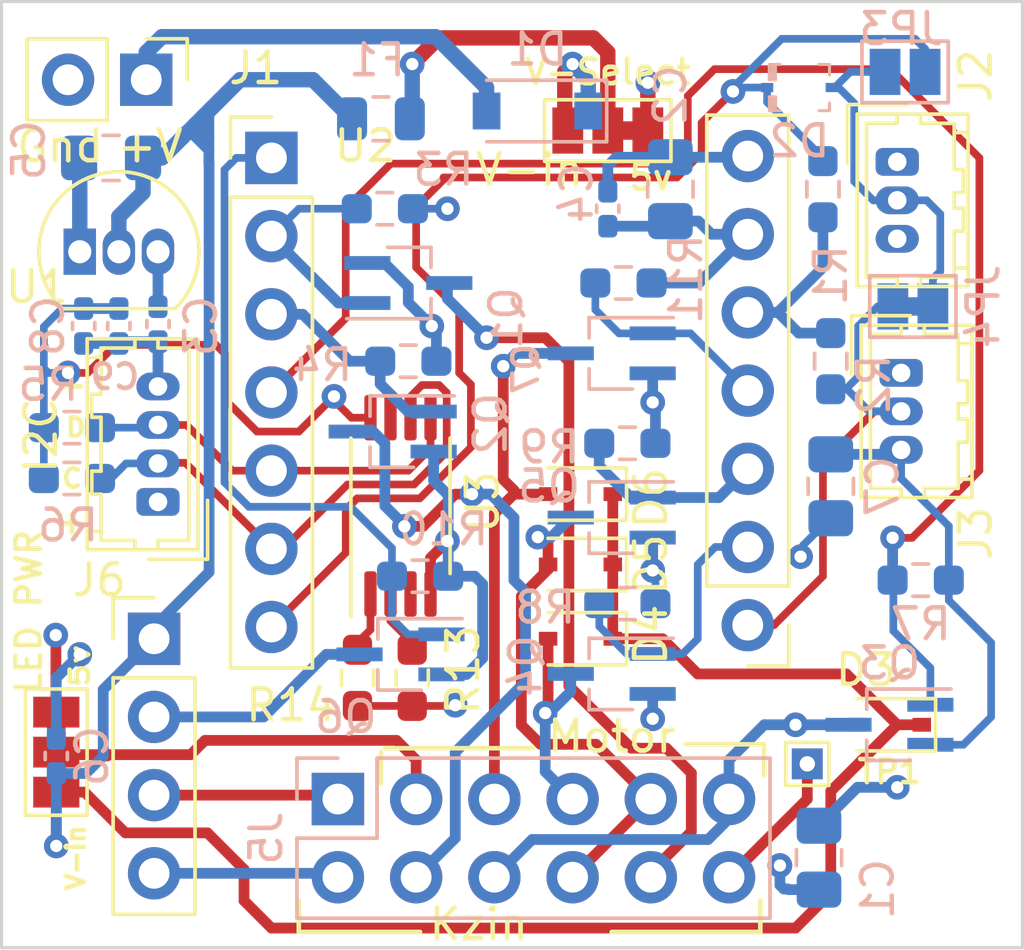
<source format=kicad_pcb>
(kicad_pcb (version 20171130) (host pcbnew "(5.1.8)-1")
  (layers (0 F.Cu signal) (1 In1.Cu signal hide) (2 In2.Cu signal hide) (31 B.Cu signal) (34 B.Paste user) (35 F.Paste user) (36 B.SilkS user) (37 F.SilkS user) (38 B.Mask user) (39 F.Mask user) (44 Edge.Cuts user))
  (net 0 "")
  (net 1 GND)
  (net 2 +5V)
  (net 3 Vdrive)
  (net 4 +3V3)
  (net 5 "Net-(D1-Pad2)")
  (net 6 "Net-(D1-Pad1)")
  (net 7 /TX)
  (net 8 /RX)
  (net 9 /Marker-1)
  (net 10 /Broad_LED)
  (net 11 /Marker-2)
  (net 12 /UV-Boost)
  (net 13 "Net-(F1-Pad2)")
  (net 14 /SDA)
  (net 15 /SCL)
  (net 16 "Net-(J5-Pad12)")
  (net 17 /Marker-3)
  (net 18 /Grain-of-Wheat)
  (net 19 "Net-(J5-Pad3)")
  (net 20 "Net-(J5-Pad2)")
  (net 21 "Net-(J5-Pad1)")
  (net 22 /CAL)
  (net 23 /D1)
  (net 24 /D2)
  (net 25 /D3)
  (net 26 /D8)
  (net 27 /D9)
  (net 28 /D0)
  (net 29 /D10)
  (net 30 "Net-(R13-Pad2)")
  (net 31 "Net-(R14-Pad2)")
  (net 32 "Net-(U3-Pad7)")
  (net 33 "Net-(U3-Pad3)")
  (net 34 "Net-(D2-PadA)")
  (module TestPoint:TestPoint_THTPad_1.0x1.0mm_Drill0.5mm (layer F.Cu) (at 178.562 98.171)
    (fp_text reference TP1 (at 2.667 0.254) (layer F.SilkS) (effects (font (size 0.75 0.75))))
    (fp_text value TestPoint)
    (pad 1 thru_hole rect (at 0 0) (size 1 1) (drill 0.5) (layers *.Cu *.Mask) (net 16 "Net-(J5-Pad12)"))
  )
  (module Connector_PinHeader_2.54mm:PinHeader_2x06_P2.54mm_Vertical (layer B.Cu) (at 163.322 99.314 270)
    (fp_text reference J5 (at 1.27 2.33 270) (layer B.SilkS) (effects (justify mirror)))
    (fp_text value Conn_02x06_Odd_Even)
    (pad 12 thru_hole oval (at 2.54 -12.7 270) (size 1.7 1.7) (drill 1) (layers *.Cu *.Mask) (net 16 "Net-(J5-Pad12)"))
    (pad 11 thru_hole oval (at 0 -12.7 270) (size 1.7 1.7) (drill 1) (layers *.Cu *.Mask) (net 9 /Marker-1))
    (pad 10 thru_hole oval (at 2.54 -10.16 270) (size 1.7 1.7) (drill 1) (layers *.Cu *.Mask) (net 17 /Marker-3))
    (pad 9 thru_hole oval (at 0 -10.16 270) (size 1.7 1.7) (drill 1) (layers *.Cu *.Mask) (net 11 /Marker-2))
    (pad 8 thru_hole oval (at 2.54 -7.62 270) (size 1.7 1.7) (drill 1) (layers *.Cu *.Mask) (net 11 /Marker-2))
    (pad 7 thru_hole oval (at 0 -7.62 270) (size 1.7 1.7) (drill 1) (layers *.Cu *.Mask) (net 10 /Broad_LED))
    (pad 6 thru_hole oval (at 2.54 -5.08 270) (size 1.7 1.7) (drill 1) (layers *.Cu *.Mask) (net 9 /Marker-1))
    (pad 5 thru_hole oval (at 0 -5.08 270) (size 1.7 1.7) (drill 1) (layers *.Cu *.Mask) (net 12 /UV-Boost))
    (pad 4 thru_hole oval (at 2.54 -2.54 270) (size 1.7 1.7) (drill 1) (layers *.Cu *.Mask) (net 18 /Grain-of-Wheat))
    (pad 3 thru_hole oval (at 0 -2.54 270) (size 1.7 1.7) (drill 1) (layers *.Cu *.Mask) (net 19 "Net-(J5-Pad3)"))
    (pad 2 thru_hole oval (at 2.54 0 270) (size 1.7 1.7) (drill 1) (layers *.Cu *.Mask) (net 20 "Net-(J5-Pad2)"))
    (pad 1 thru_hole rect (at 0 0 270) (size 1.7 1.7) (drill 1) (layers *.Cu *.Mask) (net 21 "Net-(J5-Pad1)"))
  )
  (module MountingHole:MountingHole_2.2mm_M2 (layer F.Cu) (at 183.134 101.6)
    (fp_text reference M hide)
    (fp_text value MountingHole_2.2mm_M2)
    (pad 1 np_thru_hole circle (at 0 0) (size 2.2 2.2) (drill 2.2) (layers *.Cu *.Mask))
  )
  (module Package_SO:TSSOP-8_4.4x3mm_P0.65mm (layer F.Cu) (at 165.354 89.789 90)
    (fp_text reference U3 (at 0.127 2.667 90) (layer F.SilkS))
    (fp_text value CAT24C08)
    (pad 8 smd roundrect (at 2.8625 -0.975 90) (size 1.475 0.4) (layers F.Cu F.Paste F.Mask) (net 4 +3V3))
    (pad 7 smd roundrect (at 2.8625 -0.325 90) (size 1.475 0.4) (layers F.Cu F.Paste F.Mask) (net 32 "Net-(U3-Pad7)"))
    (pad 6 smd roundrect (at 2.8625 0.325 90) (size 1.475 0.4) (layers F.Cu F.Paste F.Mask) (net 15 /SCL))
    (pad 5 smd roundrect (at 2.8625 0.975 90) (size 1.475 0.4) (layers F.Cu F.Paste F.Mask) (net 14 /SDA))
    (pad 4 smd roundrect (at -2.8625 0.975 90) (size 1.475 0.4) (layers F.Cu F.Paste F.Mask) (net 1 GND))
    (pad 3 smd roundrect (at -2.8625 0.325 90) (size 1.475 0.4) (layers F.Cu F.Paste F.Mask) (net 33 "Net-(U3-Pad3)"))
    (pad 2 smd roundrect (at -2.8625 -0.325 90) (size 1.475 0.4) (layers F.Cu F.Paste F.Mask) (net 30 "Net-(R13-Pad2)"))
    (pad 1 smd roundrect (at -2.8625 -0.975 90) (size 1.475 0.4) (layers F.Cu F.Paste F.Mask) (net 31 "Net-(R14-Pad2)"))
  )
  (module Resistor_SMD:R_0603_1608Metric_Pad0.98x0.95mm_HandSolder (layer F.Cu) (at 163.957 95.377 90)
    (fp_text reference R14 (at -0.889 -2.159 180) (layer F.SilkS))
    (fp_text value 10k)
    (pad 2 smd roundrect (at 0.9125 0 90) (size 0.975 0.95) (layers F.Cu F.Paste F.Mask) (net 31 "Net-(R14-Pad2)"))
    (pad 1 smd roundrect (at -0.9125 0 90) (size 0.975 0.95) (layers F.Cu F.Paste F.Mask) (net 4 +3V3))
  )
  (module Resistor_SMD:R_0603_1608Metric_Pad0.98x0.95mm_HandSolder (layer F.Cu) (at 165.735 95.377 90)
    (fp_text reference R13 (at 0.254 1.651 90) (layer F.SilkS))
    (fp_text value 10k)
    (pad 2 smd roundrect (at 0.9125 0 90) (size 0.975 0.95) (layers F.Cu F.Paste F.Mask) (net 30 "Net-(R13-Pad2)"))
    (pad 1 smd roundrect (at -0.9125 0 90) (size 0.975 0.95) (layers F.Cu F.Paste F.Mask) (net 4 +3V3))
  )
  (module Jumper:SolderJumper-2_P1.3mm_Bridged_Pad1.0x1.5mm (layer B.Cu) (at 181.991 83.312)
    (fp_text reference JP4 (at 2.286 0 90) (layer B.SilkS) (effects (justify mirror)))
    (fp_text value Jumper_2_Bridged)
    (fp_poly (pts (xy -0.25 0.3) (xy 0.25 0.3) (xy 0.25 -0.3) (xy -0.25 -0.3)) (layer B.Cu) (width 0))
    (pad 2 smd rect (at 0.65 0) (size 1 1.5) (layers B.Cu B.Mask) (net 34 "Net-(D2-PadA)"))
    (pad 1 smd rect (at -0.65 0) (size 1 1.5) (layers B.Cu B.Mask) (net 8 /RX))
  )
  (module Jumper:SolderJumper-2_P1.3mm_Open_Pad1.0x1.5mm (layer B.Cu) (at 181.737 75.692 180)
    (fp_text reference JP3 (at 0.127 1.397 180) (layer B.SilkS) (effects (justify mirror)))
    (fp_text value Jumper_2_Open)
    (pad 1 smd rect (at -0.65 0 180) (size 1 1.5) (layers B.Cu B.Mask) (net 7 /TX))
    (pad 2 smd rect (at 0.65 0 180) (size 1 1.5) (layers B.Cu B.Mask) (net 34 "Net-(D2-PadA)"))
  )
  (module MountingHole:MountingHole_2.2mm_M2 (layer F.Cu) (at 169.545 81.28)
    (fp_text reference M hide)
    (fp_text value MountingHole_2.2mm_M2)
    (pad 1 np_thru_hole circle (at 0 0) (size 2.2 2.2) (drill 2.2) (layers *.Cu *.Mask))
  )
  (module Connector_PinHeader_2.54mm:Xiao-on-Header (layer F.Cu) (at 161.163 78.486)
    (fp_text reference U2 (at 3.048 -0.381) (layer F.SilkS))
    (fp_text value SeeeduinoXIAO-on-header)
    (pad 14 thru_hole oval (at 15.46606 -0.06096 180) (size 1.7 1.7) (drill 1) (layers *.Cu *.Mask) (net 2 +5V))
    (pad 8 thru_hole circle (at 15.46606 15.17904 180) (size 1.7 1.7) (drill 1) (layers *.Cu *.Mask) (net 8 /RX))
    (pad 9 thru_hole oval (at 15.46606 12.63904 180) (size 1.7 1.7) (drill 1) (layers *.Cu *.Mask) (net 26 /D8))
    (pad 11 thru_hole oval (at 15.46606 7.55904 180) (size 1.7 1.7) (drill 1) (layers *.Cu *.Mask) (net 29 /D10))
    (pad 12 thru_hole oval (at 15.46606 5.01904 180) (size 1.7 1.7) (drill 1) (layers *.Cu *.Mask) (net 4 +3V3))
    (pad 10 thru_hole oval (at 15.46606 10.09904 180) (size 1.7 1.7) (drill 1) (layers *.Cu *.Mask) (net 27 /D9))
    (pad 13 thru_hole oval (at 15.46606 2.47904 180) (size 1.7 1.7) (drill 1) (layers *.Cu *.Mask) (net 1 GND))
    (pad 7 thru_hole oval (at 0 15.24) (size 1.7 1.7) (drill 1) (layers *.Cu *.Mask) (net 7 /TX))
    (pad 6 thru_hole oval (at 0 12.7) (size 1.7 1.7) (drill 1) (layers *.Cu *.Mask) (net 15 /SCL))
    (pad 5 thru_hole oval (at 0 10.16) (size 1.7 1.7) (drill 1) (layers *.Cu *.Mask) (net 14 /SDA))
    (pad 4 thru_hole oval (at 0 7.62) (size 1.7 1.7) (drill 1) (layers *.Cu *.Mask) (net 25 /D3))
    (pad 3 thru_hole oval (at 0 5.08) (size 1.7 1.7) (drill 1) (layers *.Cu *.Mask) (net 24 /D2))
    (pad 2 thru_hole oval (at 0 2.54) (size 1.7 1.7) (drill 1) (layers *.Cu *.Mask) (net 23 /D1))
    (pad 1 thru_hole rect (at 0 0) (size 1.7 1.7) (drill 1) (layers *.Cu *.Mask) (net 28 /D0))
  )
  (module Package_TO_SOT_THT:TO-92_Inline (layer F.Cu) (at 154.94 81.534)
    (fp_text reference U1 (at -1.397 1.143) (layer F.SilkS))
    (fp_text value MCP1700-5002E_TO92)
    (pad 1 thru_hole rect (at 0 0) (size 1.05 1.5) (drill 0.75) (layers *.Cu *.Mask) (net 1 GND))
    (pad 3 thru_hole oval (at 2.54 0) (size 1.05 1.5) (drill 0.75) (layers *.Cu *.Mask) (net 2 +5V))
    (pad 2 thru_hole oval (at 1.27 0) (size 1.05 1.5) (drill 0.75) (layers *.Cu *.Mask) (net 3 Vdrive))
  )
  (module Resistor_SMD:R_0603_1608Metric_Pad0.98x0.95mm_HandSolder (layer B.Cu) (at 172.593 82.55)
    (fp_text reference R11 (at 2.032 -0.127 90) (layer B.SilkS) (effects (justify mirror)))
    (fp_text value 10k)
    (pad 2 smd roundrect (at 0.9125 0) (size 0.975 0.95) (layers B.Cu B.Paste B.Mask) (net 1 GND))
    (pad 1 smd roundrect (at -0.9125 0) (size 0.975 0.95) (layers B.Cu B.Paste B.Mask) (net 29 /D10))
  )
  (module Resistor_SMD:R_0603_1608Metric_Pad0.98x0.95mm_HandSolder (layer B.Cu) (at 165.989 92.075)
    (fp_text reference R10 (at 0.762 -1.524) (layer B.SilkS) (effects (justify mirror)))
    (fp_text value 10k)
    (pad 2 smd roundrect (at 0.9125 0) (size 0.975 0.95) (layers B.Cu B.Paste B.Mask) (net 1 GND))
    (pad 1 smd roundrect (at -0.9125 0) (size 0.975 0.95) (layers B.Cu B.Paste B.Mask) (net 28 /D0))
  )
  (module Resistor_SMD:R_0603_1608Metric_Pad0.98x0.95mm_HandSolder (layer B.Cu) (at 172.72 87.757)
    (fp_text reference R9 (at -2.54 0.127 180) (layer B.SilkS) (effects (justify mirror)))
    (fp_text value 10k)
    (pad 2 smd roundrect (at 0.9125 0) (size 0.975 0.95) (layers B.Cu B.Paste B.Mask) (net 1 GND))
    (pad 1 smd roundrect (at -0.9125 0) (size 0.975 0.95) (layers B.Cu B.Paste B.Mask) (net 27 /D9))
  )
  (module Resistor_SMD:R_0603_1608Metric_Pad0.98x0.95mm_HandSolder (layer B.Cu) (at 172.72 92.964)
    (fp_text reference R8 (at -2.667 0.127) (layer B.SilkS) (effects (justify mirror)))
    (fp_text value 10k)
    (pad 2 smd roundrect (at 0.9125 0) (size 0.975 0.95) (layers B.Cu B.Paste B.Mask) (net 1 GND))
    (pad 1 smd roundrect (at -0.9125 0) (size 0.975 0.95) (layers B.Cu B.Paste B.Mask) (net 26 /D8))
  )
  (module Resistor_SMD:R_0603_1608Metric_Pad0.98x0.95mm_HandSolder (layer B.Cu) (at 182.245 92.202)
    (fp_text reference R7 (at 0 1.43) (layer B.SilkS) (effects (justify mirror)))
    (fp_text value 10k)
    (pad 2 smd roundrect (at 0.9125 0) (size 0.975 0.95) (layers B.Cu B.Paste B.Mask) (net 1 GND))
    (pad 1 smd roundrect (at -0.9125 0) (size 0.975 0.95) (layers B.Cu B.Paste B.Mask) (net 25 /D3))
  )
  (module Resistor_SMD:R_0603_1608Metric_Pad0.98x0.95mm_HandSolder (layer B.Cu) (at 154.686 88.9)
    (fp_text reference R6 (at -0.127 1.524) (layer B.SilkS) (effects (justify mirror)))
    (fp_text value 10k)
    (pad 2 smd roundrect (at 0.9125 0) (size 0.975 0.95) (layers B.Cu B.Paste B.Mask) (net 15 /SCL))
    (pad 1 smd roundrect (at -0.9125 0) (size 0.975 0.95) (layers B.Cu B.Paste B.Mask) (net 4 +3V3))
  )
  (module Resistor_SMD:R_0603_1608Metric_Pad0.98x0.95mm_HandSolder (layer B.Cu) (at 154.686 87.249)
    (fp_text reference R5 (at -0.762 -1.397) (layer B.SilkS) (effects (justify mirror)))
    (fp_text value 10k)
    (pad 2 smd roundrect (at 0.9125 0) (size 0.975 0.95) (layers B.Cu B.Paste B.Mask) (net 14 /SDA))
    (pad 1 smd roundrect (at -0.9125 0) (size 0.975 0.95) (layers B.Cu B.Paste B.Mask) (net 4 +3V3))
  )
  (module Resistor_SMD:R_0603_1608Metric_Pad0.98x0.95mm_HandSolder (layer B.Cu) (at 165.608 85.09)
    (fp_text reference R4 (at -2.794 0.127) (layer B.SilkS) (effects (justify mirror)))
    (fp_text value 10k)
    (pad 2 smd roundrect (at 0.9125 0) (size 0.975 0.95) (layers B.Cu B.Paste B.Mask) (net 1 GND))
    (pad 1 smd roundrect (at -0.9125 0) (size 0.975 0.95) (layers B.Cu B.Paste B.Mask) (net 24 /D2))
  )
  (module Resistor_SMD:R_0603_1608Metric_Pad0.98x0.95mm_HandSolder (layer B.Cu) (at 164.846 80.137)
    (fp_text reference R3 (at 1.905 -1.27) (layer B.SilkS) (effects (justify mirror)))
    (fp_text value 10k)
    (pad 2 smd roundrect (at 0.9125 0) (size 0.975 0.95) (layers B.Cu B.Paste B.Mask) (net 1 GND))
    (pad 1 smd roundrect (at -0.9125 0) (size 0.975 0.95) (layers B.Cu B.Paste B.Mask) (net 23 /D1))
  )
  (module Resistor_SMD:R_0603_1608Metric_Pad0.98x0.95mm_HandSolder (layer B.Cu) (at 179.324 85.09 270)
    (fp_text reference R2 (at 0.762 -1.397 90) (layer B.SilkS) (effects (justify mirror)))
    (fp_text value 10k)
    (pad 2 smd roundrect (at 0.9125 0 270) (size 0.975 0.95) (layers B.Cu B.Paste B.Mask) (net 8 /RX))
    (pad 1 smd roundrect (at -0.9125 0 270) (size 0.975 0.95) (layers B.Cu B.Paste B.Mask) (net 4 +3V3))
  )
  (module Resistor_SMD:R_0603_1608Metric_Pad0.98x0.95mm_HandSolder (layer B.Cu) (at 179.07 79.502 90)
    (fp_text reference R1 (at -2.794 0.254 90) (layer B.SilkS) (effects (justify mirror)))
    (fp_text value 10k)
    (pad 2 smd roundrect (at 0.9125 0 90) (size 0.975 0.95) (layers B.Cu B.Paste B.Mask) (net 7 /TX))
    (pad 1 smd roundrect (at -0.9125 0 90) (size 0.975 0.95) (layers B.Cu B.Paste B.Mask) (net 4 +3V3))
  )
  (module Package_TO_SOT_SMD:SOT-323_SC-70_Handsoldering (layer B.Cu) (at 172.212 84.836 180)
    (fp_text reference Q7 (at 2.794 -0.508 90) (layer B.SilkS) (effects (font (size 0.8 0.8)) (justify mirror)))
    (fp_text value DMN3067LW-7)
    (pad 3 smd rect (at 1.33 0 270) (size 0.45 1.5) (layers B.Cu B.Paste B.Mask) (net 12 /UV-Boost))
    (pad 2 smd rect (at -1.33 -0.65 270) (size 0.45 1.5) (layers B.Cu B.Paste B.Mask) (net 1 GND))
    (pad 1 smd rect (at -1.33 0.65 270) (size 0.45 1.5) (layers B.Cu B.Paste B.Mask) (net 29 /D10))
  )
  (module Package_TO_SOT_SMD:SOT-323_SC-70_Handsoldering (layer B.Cu) (at 165.354 94.615 180)
    (fp_text reference Q6 (at 1.778 -2.032) (layer B.SilkS) (effects (justify mirror)))
    (fp_text value DMN3067LW-7)
    (pad 3 smd rect (at 1.33 0 270) (size 0.45 1.5) (layers B.Cu B.Paste B.Mask) (net 22 /CAL))
    (pad 2 smd rect (at -1.33 -0.65 270) (size 0.45 1.5) (layers B.Cu B.Paste B.Mask) (net 1 GND))
    (pad 1 smd rect (at -1.33 0.65 270) (size 0.45 1.5) (layers B.Cu B.Paste B.Mask) (net 28 /D0))
  )
  (module Package_TO_SOT_SMD:SOT-323_SC-70_Handsoldering (layer B.Cu) (at 172.212 90.17 180)
    (fp_text reference Q5 (at 2.032 1.016 180) (layer B.SilkS) (effects (justify mirror)))
    (fp_text value DMN3067LW-7)
    (pad 3 smd rect (at 1.33 0 270) (size 0.45 1.5) (layers B.Cu B.Paste B.Mask) (net 11 /Marker-2))
    (pad 2 smd rect (at -1.33 -0.65 270) (size 0.45 1.5) (layers B.Cu B.Paste B.Mask) (net 1 GND))
    (pad 1 smd rect (at -1.33 0.65 270) (size 0.45 1.5) (layers B.Cu B.Paste B.Mask) (net 27 /D9))
  )
  (module Package_TO_SOT_SMD:SOT-323_SC-70_Handsoldering (layer B.Cu) (at 172.212 95.25 180)
    (fp_text reference Q4 (at 2.794 0.254 90) (layer B.SilkS) (effects (justify mirror)))
    (fp_text value DMN3067LW-7)
    (pad 3 smd rect (at 1.33 0 270) (size 0.45 1.5) (layers B.Cu B.Paste B.Mask) (net 10 /Broad_LED))
    (pad 2 smd rect (at -1.33 -0.65 270) (size 0.45 1.5) (layers B.Cu B.Paste B.Mask) (net 1 GND))
    (pad 1 smd rect (at -1.33 0.65 270) (size 0.45 1.5) (layers B.Cu B.Paste B.Mask) (net 26 /D8))
  )
  (module Package_TO_SOT_SMD:SOT-323_SC-70_Handsoldering (layer B.Cu) (at 181.229 96.901 180)
    (fp_text reference Q3 (at 0 2) (layer B.SilkS) (effects (justify mirror)))
    (fp_text value DMN3067LW-7)
    (pad 3 smd rect (at 1.33 0 270) (size 0.45 1.5) (layers B.Cu B.Paste B.Mask) (net 9 /Marker-1))
    (pad 2 smd rect (at -1.33 -0.65 270) (size 0.45 1.5) (layers B.Cu B.Paste B.Mask) (net 1 GND))
    (pad 1 smd rect (at -1.33 0.65 270) (size 0.45 1.5) (layers B.Cu B.Paste B.Mask) (net 25 /D3))
  )
  (module Package_TO_SOT_SMD:SOT-323_SC-70_Handsoldering (layer B.Cu) (at 165.1 87.376 180)
    (fp_text reference Q2 (at -3.175 0.254 90) (layer B.SilkS) (effects (justify mirror)))
    (fp_text value DMN3067LW-7)
    (pad 3 smd rect (at 1.33 0 270) (size 0.45 1.5) (layers B.Cu B.Paste B.Mask) (net 18 /Grain-of-Wheat))
    (pad 2 smd rect (at -1.33 -0.65 270) (size 0.45 1.5) (layers B.Cu B.Paste B.Mask) (net 1 GND))
    (pad 1 smd rect (at -1.33 0.65 270) (size 0.45 1.5) (layers B.Cu B.Paste B.Mask) (net 24 /D2))
  )
  (module Package_TO_SOT_SMD:SOT-323_SC-70_Handsoldering (layer B.Cu) (at 165.608 82.55)
    (fp_text reference Q1 (at 3.175 1.143 90) (layer B.SilkS) (effects (justify mirror)))
    (fp_text value DMN3067LW-7)
    (pad 3 smd rect (at 1.33 0 90) (size 0.45 1.5) (layers B.Cu B.Paste B.Mask) (net 17 /Marker-3))
    (pad 2 smd rect (at -1.33 -0.65 90) (size 0.45 1.5) (layers B.Cu B.Paste B.Mask) (net 1 GND))
    (pad 1 smd rect (at -1.33 0.65 90) (size 0.45 1.5) (layers B.Cu B.Paste B.Mask) (net 23 /D1))
  )
  (module Jumper:SolderJumper-3_P1.3mm_Bridged12_Pad1.0x1.5mm_NumberLabels (layer F.Cu) (at 154.178 97.79 270)
    (fp_text reference LED-PW1)
    (fp_text value "LED PWR" (at -4.572 0.889 90) (layer F.SilkS) (effects (font (size 0.8 0.8))))
    (fp_poly (pts (xy -0.9 -0.3) (xy -0.4 -0.3) (xy -0.4 0.3) (xy -0.9 0.3)) (layer F.Cu) (width 0))
    (fp_text user 5v (at -2.794 -0.762 90) (layer F.SilkS) (effects (font (size 0.6 0.8))))
    (fp_text user V-in (at 3.429 -0.635 90) (layer F.SilkS) (effects (font (size 0.6 0.6))))
    (pad 2 smd rect (at 0 0 270) (size 1 1.5) (layers F.Cu F.Mask) (net 19 "Net-(J5-Pad3)"))
    (pad 3 smd rect (at 1.3 0 270) (size 1 1.5) (layers F.Cu F.Mask) (net 3 Vdrive))
    (pad 1 smd rect (at -1.3 0 270) (size 1 1.5) (layers F.Cu F.Mask) (net 2 +5V))
  )
  (module Jumper:SolderJumper-3_P1.3mm_Bridged12_Pad1.0x1.5mm_NumberLabels (layer F.Cu) (at 172.085 77.597 180)
    (fp_text reference V-Sel1)
    (fp_text value V-Select (at 0 1.9) (layer F.SilkS) (effects (font (size 0.8 0.8))))
    (fp_poly (pts (xy -0.9 -0.3) (xy -0.4 -0.3) (xy -0.4 0.3) (xy -0.9 0.3)) (layer F.Cu) (width 0))
    (fp_text user 5v (at -1.397 -1.524) (layer F.SilkS) (effects (font (size 0.8 0.8))))
    (fp_text user V-in (at 2.54 -1.27) (layer F.SilkS))
    (pad 2 smd rect (at 0 0 180) (size 1 1.5) (layers F.Cu F.Mask) (net 13 "Net-(F1-Pad2)"))
    (pad 3 smd rect (at 1.3 0 180) (size 1 1.5) (layers F.Cu F.Mask) (net 6 "Net-(D1-Pad1)"))
    (pad 1 smd rect (at -1.3 0 180) (size 1 1.5) (layers F.Cu F.Mask) (net 2 +5V))
  )
  (module Connector_PinHeader_2.54mm:PinHeader_1x04_P2.54mm_Vertical (layer F.Cu) (at 157.353 94.107)
    (fp_text reference J6 (at -1.778 -1.905) (layer F.SilkS))
    (fp_text value Conn_01x04)
    (pad 4 thru_hole oval (at 0 7.62) (size 1.7 1.7) (drill 1) (layers *.Cu *.Mask) (net 20 "Net-(J5-Pad2)"))
    (pad 3 thru_hole oval (at 0 5.08) (size 1.7 1.7) (drill 1) (layers *.Cu *.Mask) (net 21 "Net-(J5-Pad1)"))
    (pad 2 thru_hole oval (at 0 2.54) (size 1.7 1.7) (drill 1) (layers *.Cu *.Mask) (net 22 /CAL))
    (pad 1 thru_hole rect (at 0 0) (size 1.7 1.7) (drill 1) (layers *.Cu *.Mask) (net 3 Vdrive))
  )
  (module Connector_Hirose:Hirose_DF13-04P-1.25DSA_1x04_P1.25mm_Vertical (layer F.Cu) (at 157.48 89.662 90)
    (fp_text reference J4)
    (fp_text value I2C (at 2.159 -3.81 90) (layer F.SilkS))
    (pad 4 thru_hole oval (at 3.75 0 90) (size 0.9 1.4) (drill 0.6) (layers *.Cu *.Mask) (net 1 GND))
    (pad 3 thru_hole oval (at 2.5 0 90) (size 0.9 1.4) (drill 0.6) (layers *.Cu *.Mask) (net 14 /SDA))
    (pad 2 thru_hole oval (at 1.25 0 90) (size 0.9 1.4) (drill 0.6) (layers *.Cu *.Mask) (net 15 /SCL))
    (pad 1 thru_hole roundrect (at 0 0 90) (size 0.9 1.4) (drill 0.6) (layers *.Cu *.Mask) (net 2 +5V))
  )
  (module Connector_Hirose:Hirose_DF13-03P-1.25DSA_1x03_P1.25mm_Vertical (layer F.Cu) (at 181.61 85.471 270)
    (fp_text reference J3 (at 5.207 -2.413 90) (layer F.SilkS))
    (fp_text value 3v-sio2)
    (pad 3 thru_hole oval (at 2.5 0 270) (size 0.9 1.4) (drill 0.6) (layers *.Cu *.Mask) (net 1 GND))
    (pad 2 thru_hole oval (at 1.25 0 270) (size 0.9 1.4) (drill 0.6) (layers *.Cu *.Mask) (net 8 /RX))
    (pad 1 thru_hole roundrect (at 0 0 270) (size 0.9 1.4) (drill 0.6) (layers *.Cu *.Mask) (net 2 +5V))
  )
  (module Connector_Hirose:Hirose_DF13-03P-1.25DSA_1x03_P1.25mm_Vertical (layer F.Cu) (at 181.483 78.613 270)
    (fp_text reference J2 (at -2.794 -2.54 90) (layer F.SilkS))
    (fp_text value 3v-SIO1)
    (pad 3 thru_hole oval (at 2.5 0 270) (size 0.9 1.4) (drill 0.6) (layers *.Cu *.Mask) (net 1 GND))
    (pad 2 thru_hole oval (at 1.25 0 270) (size 0.9 1.4) (drill 0.6) (layers *.Cu *.Mask) (net 34 "Net-(D2-PadA)"))
    (pad 1 thru_hole roundrect (at 0 0 270) (size 0.9 1.4) (drill 0.6) (layers *.Cu *.Mask) (net 2 +5V))
  )
  (module Connector_PinHeader_2.54mm:PinHeader_1x02_P2.54mm_Vertical (layer F.Cu) (at 157.099 75.946 270)
    (fp_text reference J1 (at -0.381 -3.556 180) (layer F.SilkS))
    (fp_text value Conn_01x02)
    (pad 2 thru_hole oval (at 0 2.54 270) (size 1.7 1.7) (drill 1) (layers *.Cu *.Mask) (net 1 GND))
    (pad 1 thru_hole rect (at 0 0 270) (size 1.7 1.7) (drill 1) (layers *.Cu *.Mask) (net 5 "Net-(D1-Pad2)"))
  )
  (module Fuse:Fuse_0805_2012Metric (layer B.Cu) (at 164.719 77.216)
    (fp_text reference F1 (at -0.127 -1.905) (layer B.SilkS) (effects (justify mirror)))
    (fp_text value "300 ma")
    (pad 2 smd roundrect (at 0.9375 0) (size 0.975 1.4) (layers B.Cu B.Paste B.Mask) (net 13 "Net-(F1-Pad2)"))
    (pad 1 smd roundrect (at -0.9375 0) (size 0.975 1.4) (layers B.Cu B.Paste B.Mask) (net 3 Vdrive))
  )
  (module Diode_SMD:D_SOD-323 (layer F.Cu) (at 171.196 89.408 180)
    (fp_text reference D6 (at -2.286 -0.127 90) (layer F.SilkS))
    (fp_text value NSR0340HT1G)
    (pad 2 smd rect (at 1.05 0 180) (size 0.6 0.45) (layers F.Cu F.Paste F.Mask) (net 12 /UV-Boost))
    (pad 1 smd rect (at -1.05 0 180) (size 0.6 0.45) (layers F.Cu F.Paste F.Mask) (net 3 Vdrive))
  )
  (module Diode_SMD:D_SOD-323 (layer F.Cu) (at 171.196 91.694 180)
    (fp_text reference D5 (at -2.286 0 90) (layer F.SilkS))
    (fp_text value NSR0340HT1G)
    (pad 2 smd rect (at 1.05 0 180) (size 0.6 0.45) (layers F.Cu F.Paste F.Mask) (net 11 /Marker-2))
    (pad 1 smd rect (at -1.05 0 180) (size 0.6 0.45) (layers F.Cu F.Paste F.Mask) (net 3 Vdrive))
  )
  (module Diode_SMD:D_SOD-323 (layer F.Cu) (at 171.196 94.107 180)
    (fp_text reference D4 (at -2.286 0.127 90) (layer F.SilkS))
    (fp_text value NSR0340HT1G)
    (pad 2 smd rect (at 1.05 0 180) (size 0.6 0.45) (layers F.Cu F.Paste F.Mask) (net 10 /Broad_LED))
    (pad 1 smd rect (at -1.05 0 180) (size 0.6 0.45) (layers F.Cu F.Paste F.Mask) (net 3 Vdrive))
  )
  (module Diode_SMD:D_SOD-323 (layer F.Cu) (at 181.229 96.901 180)
    (fp_text reference D3 (at 0.762 1.778) (layer F.SilkS))
    (fp_text value NSR0340HT1G)
    (pad 2 smd rect (at 1.05 0 180) (size 0.6 0.45) (layers F.Cu F.Paste F.Mask) (net 9 /Marker-1))
    (pad 1 smd rect (at -1.05 0 180) (size 0.6 0.45) (layers F.Cu F.Paste F.Mask) (net 3 Vdrive))
  )
  (module digikey-footprints:SOD-323F (layer B.Cu) (at 178.308 76.2)
    (fp_text reference D2 (at 0 1.74 180) (layer B.SilkS) (effects (justify mirror)))
    (fp_text value 1N4148WS)
    (pad A smd rect (at 1.05 0) (size 0.4 0.3) (layers B.Cu B.Paste B.Mask) (net 34 "Net-(D2-PadA)"))
    (pad K smd rect (at -1.05 0) (size 0.4 0.3) (layers B.Cu B.Paste B.Mask) (net 7 /TX))
  )
  (module Diode_SMD:D_SOD-123 (layer B.Cu) (at 169.799 76.962 180)
    (fp_text reference D1 (at 0 2) (layer B.SilkS) (effects (justify mirror)))
    (fp_text value MBR0530)
    (pad 2 smd rect (at 1.65 0 180) (size 0.9 1.2) (layers B.Cu B.Paste B.Mask) (net 5 "Net-(D1-Pad2)"))
    (pad 1 smd rect (at -1.65 0 180) (size 0.9 1.2) (layers B.Cu B.Paste B.Mask) (net 6 "Net-(D1-Pad1)"))
  )
  (module Capacitor_SMD:C_0402_1005Metric_Pad0.74x0.62mm_HandSolder (layer B.Cu) (at 156.21 83.947 270)
    (fp_text reference C9 (at 1.651 0.127 180) (layer B.SilkS) (effects (font (size 0.8 0.8)) (justify mirror)))
    (fp_text value 0.1)
    (pad 2 smd roundrect (at 0.5675 0 270) (size 0.735 0.62) (layers B.Cu B.Paste B.Mask) (net 1 GND))
    (pad 1 smd roundrect (at -0.5675 0 270) (size 0.735 0.62) (layers B.Cu B.Paste B.Mask) (net 4 +3V3))
  )
  (module Capacitor_SMD:C_0402_1005Metric_Pad0.74x0.62mm_HandSolder (layer B.Cu) (at 155.067 83.947 270)
    (fp_text reference C8 (at 0 1.16 90) (layer B.SilkS) (effects (justify mirror)))
    (fp_text value 0.1)
    (pad 2 smd roundrect (at 0.5675 0 270) (size 0.735 0.62) (layers B.Cu B.Paste B.Mask) (net 1 GND))
    (pad 1 smd roundrect (at -0.5675 0 270) (size 0.735 0.62) (layers B.Cu B.Paste B.Mask) (net 4 +3V3))
  )
  (module Capacitor_SMD:C_0805_2012Metric_Pad1.18x1.45mm_HandSolder (layer B.Cu) (at 179.324 89.154 90)
    (fp_text reference C7 (at 0 1.68 90) (layer B.SilkS) (effects (justify mirror)))
    (fp_text value 1.0)
    (pad 2 smd roundrect (at 1.0375 0 90) (size 1.175 1.45) (layers B.Cu B.Paste B.Mask) (roundrect_rratio 0.2127659574468085) (net 1 GND))
    (pad 1 smd roundrect (at -1.0375 0 90) (size 1.175 1.45) (layers B.Cu B.Paste B.Mask) (roundrect_rratio 0.2127659574468085) (net 4 +3V3))
  )
  (module Capacitor_SMD:C_0402_1005Metric_Pad0.74x0.62mm_HandSolder (layer B.Cu) (at 154.178 97.917 90)
    (fp_text reference C6 (at 0 1.16 90) (layer B.SilkS) (effects (justify mirror)))
    (fp_text value 0.1)
    (pad 2 smd roundrect (at 0.5675 0 90) (size 0.735 0.62) (layers B.Cu B.Paste B.Mask) (net 1 GND))
    (pad 1 smd roundrect (at -0.5675 0 90) (size 0.735 0.62) (layers B.Cu B.Paste B.Mask) (net 3 Vdrive))
  )
  (module Capacitor_SMD:C_0805_2012Metric_Pad1.18x1.45mm_HandSolder (layer B.Cu) (at 155.956 78.486 180)
    (fp_text reference C5 (at 2.667 0.254 90) (layer B.SilkS) (effects (justify mirror)))
    (fp_text value 1.0)
    (pad 2 smd roundrect (at 1.0375 0 180) (size 1.175 1.45) (layers B.Cu B.Paste B.Mask) (roundrect_rratio 0.2127659574468085) (net 1 GND))
    (pad 1 smd roundrect (at -1.0375 0 180) (size 1.175 1.45) (layers B.Cu B.Paste B.Mask) (roundrect_rratio 0.2127659574468085) (net 3 Vdrive))
  )
  (module Capacitor_SMD:C_0402_1005Metric_Pad0.74x0.62mm_HandSolder (layer B.Cu) (at 172.085 80.137 270)
    (fp_text reference C4 (at -0.508 1.016 90) (layer B.SilkS) (effects (justify mirror)))
    (fp_text value 0.1)
    (pad 2 smd roundrect (at 0.5675 0 270) (size 0.735 0.62) (layers B.Cu B.Paste B.Mask) (net 1 GND))
    (pad 1 smd roundrect (at -0.5675 0 270) (size 0.735 0.62) (layers B.Cu B.Paste B.Mask) (net 2 +5V))
  )
  (module Capacitor_SMD:C_0402_1005Metric_Pad0.74x0.62mm_HandSolder (layer B.Cu) (at 157.48 83.8875 270)
    (fp_text reference C3 (at 0.0595 -1.397 90) (layer B.SilkS) (effects (justify mirror)))
    (fp_text value 0.1)
    (pad 2 smd roundrect (at 0.5675 0 270) (size 0.735 0.62) (layers B.Cu B.Paste B.Mask) (net 1 GND))
    (pad 1 smd roundrect (at -0.5675 0 270) (size 0.735 0.62) (layers B.Cu B.Paste B.Mask) (net 2 +5V))
  )
  (module Capacitor_SMD:C_0805_2012Metric_Pad1.18x1.45mm_HandSolder (layer B.Cu) (at 174.117 79.502 270)
    (fp_text reference C2 (at -3.048 0 90) (layer B.SilkS) (effects (justify mirror)))
    (fp_text value 1.0)
    (pad 2 smd roundrect (at 1.0375 0 270) (size 1.175 1.45) (layers B.Cu B.Paste B.Mask) (roundrect_rratio 0.2127659574468085) (net 1 GND))
    (pad 1 smd roundrect (at -1.0375 0 270) (size 1.175 1.45) (layers B.Cu B.Paste B.Mask) (roundrect_rratio 0.2127659574468085) (net 2 +5V))
  )
  (module Capacitor_SMD:C_0805_2012Metric_Pad1.18x1.45mm_HandSolder (layer B.Cu) (at 178.943 101.219 270)
    (fp_text reference C1 (at 1.016 -1.905 90) (layer B.SilkS) (effects (justify mirror)))
    (fp_text value 1.0)
    (pad 2 smd roundrect (at 1.0375 0 270) (size 1.175 1.45) (layers B.Cu B.Paste B.Mask) (roundrect_rratio 0.2127659574468085) (net 1 GND))
    (pad 1 smd roundrect (at -1.0375 0 270) (size 1.175 1.45) (layers B.Cu B.Paste B.Mask) (roundrect_rratio 0.2127659574468085) (net 2 +5V))
  )
  (gr_text D (at 154.813 87.249) (layer F.SilkS) (effects (font (size 0.6 0.6))))
  (gr_text C (at 154.686 88.9) (layer F.SilkS) (effects (font (size 0.6 0.6))))
  (gr_text - (at 154.686 85.852) (layer F.SilkS) (effects (font (size 0.8 0.8))))
  (gr_text + (at 154.686 90.297) (layer F.SilkS) (effects (font (size 0.8 0.8))))
  (gr_line (start 177.038 102.616) (end 177.038 103.632) (layer F.SilkS) (width 0.15))
  (gr_line (start 172.212 103.632) (end 177.038 103.632) (layer F.SilkS) (width 0.15))
  (gr_line (start 162.052 103.632) (end 165.989 103.632) (layer F.SilkS) (width 0.15))
  (gr_line (start 162.052 103.632) (end 162.052 102.616) (layer F.SilkS) (width 0.15))
  (gr_text Kzin (at 167.894 103.378) (layer F.SilkS) (effects (font (size 1 1))))
  (gr_text "Motor\n" (at 172.212 97.282) (layer F.SilkS) (effects (font (size 1 1))))
  (gr_line (start 177.165 98.552) (end 177.165 97.663) (layer F.SilkS) (width 0.15))
  (gr_line (start 174.625 97.536) (end 177.165 97.536) (layer F.SilkS) (width 0.15))
  (gr_line (start 164.846 97.663) (end 169.672 97.663) (layer F.SilkS) (width 0.15))
  (gr_line (start 164.719 97.79) (end 164.719 98.806) (layer F.SilkS) (width 0.15))
  (gr_text +V (at 157.226 78.105) (layer F.SilkS) (effects (font (size 1 1))))
  (gr_text Gnd (at 154.305 78.105) (layer F.SilkS) (effects (font (size 1 1))))
  (gr_line (start 152.4 104.14) (end 152.4 73.406) (layer Edge.Cuts) (width 0.1))
  (gr_line (start 185.547 104.14) (end 152.4 104.14) (layer Edge.Cuts) (width 0.1))
  (gr_line (start 185.547 73.406) (end 185.547 104.14) (layer Edge.Cuts) (width 0.1))
  (gr_line (start 152.4 73.406) (end 185.547 73.406) (layer Edge.Cuts) (width 0.1))
  (segment (start 183.1575 92.202) (end 183.1575 90.4475) (width 0.25) (layer B.Cu) (net 1))
  (segment (start 181.61 88.9) (end 181.61 87.971) (width 0.25) (layer B.Cu) (net 1))
  (segment (start 183.1575 90.4475) (end 181.61 88.9) (width 0.25) (layer B.Cu) (net 1))
  (segment (start 182.559 97.551) (end 183.627 97.551) (width 0.25) (layer B.Cu) (net 1))
  (segment (start 183.627 97.551) (end 184.531 96.647) (width 0.25) (layer B.Cu) (net 1))
  (segment (start 184.531 96.647) (end 184.531 94.234) (width 0.25) (layer B.Cu) (net 1))
  (segment (start 183.1575 92.8605) (end 183.1575 92.202) (width 0.25) (layer B.Cu) (net 1))
  (segment (start 184.531 94.234) (end 183.1575 92.8605) (width 0.25) (layer B.Cu) (net 1))
  (segment (start 173.542 95.9) (end 173.542 96.707) (width 0.35) (layer B.Cu) (net 1))
  (via (at 173.542 96.707) (size 0.8) (drill 0.4) (layers F.Cu B.Cu) (net 1))
  (segment (start 173.542 90.82) (end 173.542 91.888) (width 0.35) (layer B.Cu) (net 1))
  (via (at 173.542 91.888) (size 0.8) (drill 0.4) (layers F.Cu B.Cu) (net 1))
  (segment (start 173.542 85.486) (end 173.542 86.427) (width 0.35) (layer B.Cu) (net 1))
  (via (at 173.542 86.427) (size 0.8) (drill 0.4) (layers F.Cu B.Cu) (net 1))
  (segment (start 166.43 88.026) (end 166.43 88.967) (width 0.35) (layer B.Cu) (net 1))
  (segment (start 166.5205 85.09) (end 166.5205 84.0975) (width 0.35) (layer B.Cu) (net 1))
  (via (at 166.37 83.947) (size 0.8) (drill 0.4) (layers F.Cu B.Cu) (net 1))
  (segment (start 166.5205 84.0975) (end 166.37 83.947) (width 0.35) (layer B.Cu) (net 1))
  (segment (start 164.278 81.9) (end 164.831 81.9) (width 0.35) (layer B.Cu) (net 1))
  (segment (start 164.831 81.9) (end 165.608 82.677) (width 0.35) (layer B.Cu) (net 1))
  (segment (start 165.608 83.185) (end 166.37 83.947) (width 0.35) (layer B.Cu) (net 1))
  (segment (start 165.608 82.677) (end 165.608 83.185) (width 0.35) (layer B.Cu) (net 1))
  (segment (start 173.6325 91.9785) (end 173.542 91.888) (width 0.25) (layer B.Cu) (net 1))
  (segment (start 173.6325 92.964) (end 173.6325 91.9785) (width 0.25) (layer B.Cu) (net 1))
  (segment (start 166.9015 89.4385) (end 166.43 88.967) (width 0.35) (layer B.Cu) (net 1))
  (segment (start 166.684 95.265) (end 167.498 95.265) (width 0.35) (layer B.Cu) (net 1))
  (segment (start 167.498 95.265) (end 168.021 94.742) (width 0.35) (layer B.Cu) (net 1))
  (segment (start 168.021 94.742) (end 168.021 92.329) (width 0.35) (layer B.Cu) (net 1))
  (segment (start 167.767 92.075) (end 166.9015 92.075) (width 0.35) (layer B.Cu) (net 1))
  (segment (start 168.021 92.329) (end 167.767 92.075) (width 0.35) (layer B.Cu) (net 1))
  (segment (start 154.94 78.5075) (end 154.9185 78.486) (width 0.5) (layer B.Cu) (net 1))
  (segment (start 154.94 81.534) (end 154.94 78.5075) (width 0.5) (layer B.Cu) (net 1))
  (segment (start 165.7585 80.137) (end 166.878 80.137) (width 0.25) (layer B.Cu) (net 1))
  (via (at 166.878 80.137) (size 0.8) (drill 0.4) (layers F.Cu B.Cu) (net 1))
  (segment (start 173.952 80.7045) (end 174.117 80.5395) (width 0.35) (layer B.Cu) (net 1))
  (segment (start 172.085 80.7045) (end 173.952 80.7045) (width 0.35) (layer B.Cu) (net 1))
  (segment (start 176.62906 80.96504) (end 175.45304 80.96504) (width 0.35) (layer B.Cu) (net 1))
  (segment (start 175.0275 80.5395) (end 174.117 80.5395) (width 0.35) (layer B.Cu) (net 1))
  (segment (start 175.45304 80.96504) (end 175.0275 80.5395) (width 0.35) (layer B.Cu) (net 1))
  (segment (start 175.0441 82.55) (end 176.62906 80.96504) (width 0.35) (layer B.Cu) (net 1))
  (segment (start 173.5055 82.55) (end 175.0441 82.55) (width 0.35) (layer B.Cu) (net 1))
  (segment (start 157.48 85.912) (end 157.48 84.455) (width 0.35) (layer B.Cu) (net 1))
  (segment (start 156.2695 84.455) (end 156.21 84.5145) (width 0.35) (layer B.Cu) (net 1))
  (segment (start 157.48 84.455) (end 156.2695 84.455) (width 0.35) (layer B.Cu) (net 1))
  (segment (start 156.21 84.5145) (end 155.067 84.5145) (width 0.35) (layer B.Cu) (net 1))
  (via (at 177.673 101.473) (size 0.8) (drill 0.4) (layers F.Cu B.Cu) (net 1))
  (segment (start 181.4645 88.1165) (end 181.61 87.971) (width 0.35) (layer B.Cu) (net 1))
  (segment (start 179.324 88.1165) (end 181.4645 88.1165) (width 0.35) (layer B.Cu) (net 1))
  (segment (start 173.6325 86.5175) (end 173.542 86.427) (width 0.35) (layer B.Cu) (net 1))
  (segment (start 173.6325 87.757) (end 173.6325 86.5175) (width 0.35) (layer B.Cu) (net 1))
  (segment (start 154.178 97.3495) (end 154.178 95.377) (width 0.35) (layer B.Cu) (net 1))
  (segment (start 154.178 95.377) (end 154.94 94.615) (width 0.35) (layer B.Cu) (net 1))
  (via (at 154.94 94.615) (size 0.8) (drill 0.4) (layers F.Cu B.Cu) (net 1))
  (segment (start 166.9015 90.7815) (end 166.878 90.805) (width 0.35) (layer B.Cu) (net 1))
  (segment (start 166.9015 90.7015) (end 166.9015 90.7815) (width 0.35) (layer B.Cu) (net 1))
  (segment (start 166.9015 92.075) (end 166.9015 90.7015) (width 0.35) (layer B.Cu) (net 1))
  (via (at 166.878 90.932) (size 0.8) (drill 0.4) (layers F.Cu B.Cu) (net 1))
  (segment (start 166.9015 90.7015) (end 166.9015 89.4385) (width 0.35) (layer B.Cu) (net 1))
  (segment (start 166.329 92.6515) (end 166.329 91.481) (width 0.35) (layer F.Cu) (net 1))
  (segment (start 166.878 90.932) (end 166.878 90.805) (width 0.35) (layer F.Cu) (net 1))
  (segment (start 166.329 91.481) (end 166.878 90.932) (width 0.35) (layer F.Cu) (net 1))
  (segment (start 177.9485 102.2565) (end 178.943 102.2565) (width 0.35) (layer B.Cu) (net 1))
  (segment (start 177.927 102.235) (end 177.9485 102.2565) (width 0.35) (layer B.Cu) (net 1))
  (segment (start 177.927 102.235) (end 177.8 102.235) (width 0.35) (layer B.Cu) (net 1))
  (segment (start 177.673 102.108) (end 177.673 101.473) (width 0.35) (layer B.Cu) (net 1))
  (segment (start 177.8 102.235) (end 177.673 102.108) (width 0.35) (layer B.Cu) (net 1))
  (segment (start 172.085 78.74) (end 172.085 79.5695) (width 0.35) (layer B.Cu) (net 2))
  (segment (start 172.3605 78.4645) (end 172.085 78.74) (width 0.35) (layer B.Cu) (net 2))
  (segment (start 157.48 83.32) (end 157.48 81.534) (width 0.35) (layer B.Cu) (net 2))
  (via (at 181.483 98.933) (size 0.8) (drill 0.4) (layers F.Cu B.Cu) (net 2))
  (segment (start 173.385 77.597) (end 173.385 76.043) (width 0.5) (layer F.Cu) (net 2))
  (via (at 173.385 76.043) (size 0.8) (drill 0.4) (layers F.Cu B.Cu) (net 2))
  (segment (start 154.164999 96.476999) (end 154.164999 93.993001) (width 0.35) (layer F.Cu) (net 2))
  (segment (start 154.178 96.49) (end 154.164999 96.476999) (width 0.35) (layer F.Cu) (net 2))
  (via (at 154.160112 93.989079) (size 0.8) (drill 0.4) (layers F.Cu B.Cu) (net 2))
  (segment (start 154.161077 93.989079) (end 154.160112 93.989079) (width 0.35) (layer F.Cu) (net 2))
  (segment (start 154.164999 93.993001) (end 154.161077 93.989079) (width 0.35) (layer F.Cu) (net 2))
  (segment (start 172.3605 78.4645) (end 174.117 78.4645) (width 0.35) (layer B.Cu) (net 2))
  (segment (start 176.5896 78.4645) (end 176.62906 78.42504) (width 0.35) (layer B.Cu) (net 2))
  (segment (start 174.117 78.4645) (end 176.5896 78.4645) (width 0.35) (layer B.Cu) (net 2))
  (segment (start 180.1915 98.933) (end 178.943 100.1815) (width 0.35) (layer B.Cu) (net 2))
  (segment (start 181.483 98.933) (end 180.1915 98.933) (width 0.35) (layer B.Cu) (net 2))
  (segment (start 163.7815 77.216) (end 162.5115 75.946) (width 0.5) (layer B.Cu) (net 3))
  (segment (start 156.9935 78.486) (end 157.607 78.486) (width 0.5) (layer B.Cu) (net 3))
  (segment (start 160.147 75.946) (end 160.274 75.946) (width 0.5) (layer B.Cu) (net 3))
  (segment (start 162.5115 75.946) (end 160.274 75.946) (width 0.5) (layer B.Cu) (net 3))
  (segment (start 156.21 81.534) (end 156.21 80.391) (width 0.5) (layer B.Cu) (net 3))
  (segment (start 156.9935 79.6075) (end 156.9935 78.486) (width 0.5) (layer B.Cu) (net 3))
  (segment (start 156.21 80.391) (end 156.9935 79.6075) (width 0.5) (layer B.Cu) (net 3))
  (segment (start 159.13899 78.65989) (end 159.131 78.6519) (width 0.35) (layer B.Cu) (net 3))
  (segment (start 159.13899 91.94001) (end 159.13899 78.65989) (width 0.35) (layer B.Cu) (net 3))
  (segment (start 157.353 93.98) (end 157.353 93.726) (width 0.35) (layer B.Cu) (net 3))
  (segment (start 159.131 76.962) (end 160.147 75.946) (width 0.5) (layer B.Cu) (net 3))
  (segment (start 157.353 93.726) (end 159.13899 91.94001) (width 0.35) (layer B.Cu) (net 3))
  (segment (start 155.097 99.09) (end 154.178 99.09) (width 0.35) (layer F.Cu) (net 3))
  (segment (start 156.419001 100.412001) (end 155.097 99.09) (width 0.35) (layer F.Cu) (net 3))
  (segment (start 160.274 102.616) (end 160.274 101.6) (width 0.35) (layer F.Cu) (net 3))
  (segment (start 161.163 103.505) (end 160.274 102.616) (width 0.35) (layer F.Cu) (net 3))
  (segment (start 159.086001 100.412001) (end 156.419001 100.412001) (width 0.35) (layer F.Cu) (net 3))
  (segment (start 178.181 103.505) (end 161.163 103.505) (width 0.35) (layer F.Cu) (net 3))
  (segment (start 179.324 99.06) (end 179.324 102.362) (width 0.35) (layer F.Cu) (net 3))
  (segment (start 179.324 102.362) (end 178.181 103.505) (width 0.35) (layer F.Cu) (net 3))
  (segment (start 181.483 96.901) (end 179.324 99.06) (width 0.35) (layer F.Cu) (net 3))
  (segment (start 160.274 101.6) (end 159.086001 100.412001) (width 0.35) (layer F.Cu) (net 3))
  (segment (start 182.279 96.901) (end 181.483 96.901) (width 0.35) (layer F.Cu) (net 3))
  (segment (start 154.178 98.4845) (end 155.1345 98.4845) (width 0.35) (layer B.Cu) (net 3))
  (segment (start 155.1345 98.4845) (end 155.702 97.917) (width 0.35) (layer B.Cu) (net 3))
  (segment (start 155.702 95.758) (end 157.353 94.107) (width 0.35) (layer B.Cu) (net 3))
  (segment (start 155.702 97.917) (end 155.702 95.758) (width 0.35) (layer B.Cu) (net 3))
  (segment (start 154.178 98.4845) (end 154.178 100.838) (width 0.35) (layer B.Cu) (net 3))
  (via (at 154.178 100.838) (size 0.8) (drill 0.4) (layers F.Cu B.Cu) (net 3))
  (segment (start 154.178 99.09) (end 154.178 100.838) (width 0.35) (layer F.Cu) (net 3))
  (segment (start 158.6865 77.4065) (end 159.131 77.851) (width 0.35) (layer B.Cu) (net 3))
  (segment (start 159.131 77.851) (end 159.131 76.962) (width 0.35) (layer B.Cu) (net 3))
  (segment (start 158.6865 77.4065) (end 159.131 76.962) (width 0.5) (layer B.Cu) (net 3))
  (segment (start 158.4325 77.6605) (end 158.5595 77.6605) (width 0.35) (layer B.Cu) (net 3))
  (segment (start 158.5595 77.6605) (end 159.131 78.232) (width 0.35) (layer B.Cu) (net 3))
  (segment (start 159.131 78.232) (end 159.131 77.851) (width 0.35) (layer B.Cu) (net 3))
  (segment (start 157.607 78.486) (end 158.4325 77.6605) (width 0.5) (layer B.Cu) (net 3))
  (segment (start 159.131 78.6519) (end 159.131 78.232) (width 0.35) (layer B.Cu) (net 3))
  (segment (start 158.4325 77.6605) (end 158.6865 77.4065) (width 0.5) (layer B.Cu) (net 3))
  (segment (start 172.246 89.408) (end 172.246 91.694) (width 0.35) (layer F.Cu) (net 3))
  (segment (start 172.246 91.694) (end 172.246 94.107) (width 0.35) (layer F.Cu) (net 3))
  (segment (start 172.246 94.107) (end 173.863 94.107) (width 0.35) (layer F.Cu) (net 3))
  (segment (start 173.863 94.107) (end 175.006 95.25) (width 0.35) (layer F.Cu) (net 3))
  (segment (start 181.483 96.901) (end 179.832 95.25) (width 0.35) (layer F.Cu) (net 3))
  (segment (start 175.006 95.25) (end 179.832 95.25) (width 0.35) (layer F.Cu) (net 3))
  (segment (start 176.62906 83.50504) (end 177.61204 83.50504) (width 0.35) (layer B.Cu) (net 4))
  (segment (start 178.2845 84.1775) (end 179.324 84.1775) (width 0.35) (layer B.Cu) (net 4))
  (segment (start 177.61204 83.50504) (end 178.2845 84.1775) (width 0.35) (layer B.Cu) (net 4))
  (segment (start 177.61204 83.50504) (end 177.61204 83.49996) (width 0.35) (layer B.Cu) (net 4))
  (segment (start 179.07 82.042) (end 179.07 80.4145) (width 0.35) (layer B.Cu) (net 4))
  (segment (start 177.61204 83.49996) (end 179.07 82.042) (width 0.35) (layer B.Cu) (net 4))
  (segment (start 155.067 83.3795) (end 156.21 83.3795) (width 0.35) (layer B.Cu) (net 4))
  (segment (start 153.7735 88.9) (end 153.7735 87.249) (width 0.25) (layer B.Cu) (net 4))
  (segment (start 154.3645 83.3795) (end 155.067 83.3795) (width 0.25) (layer B.Cu) (net 4))
  (segment (start 153.7735 83.9705) (end 154.3645 83.3795) (width 0.25) (layer B.Cu) (net 4))
  (segment (start 153.7735 84.5585) (end 153.797 84.582) (width 0.25) (layer B.Cu) (net 4))
  (segment (start 153.7735 84.5585) (end 153.7735 83.9705) (width 0.25) (layer B.Cu) (net 4))
  (segment (start 159.3615 84.5585) (end 159.733999 84.930999) (width 0.25) (layer F.Cu) (net 4))
  (segment (start 159.3615 84.5585) (end 156.1065 84.5585) (width 0.25) (layer F.Cu) (net 4))
  (segment (start 156.1065 84.5585) (end 155.194 85.471) (width 0.25) (layer F.Cu) (net 4))
  (via (at 154.559 85.471) (size 0.8) (drill 0.4) (layers F.Cu B.Cu) (net 4))
  (segment (start 155.194 85.471) (end 154.559 85.471) (width 0.25) (layer F.Cu) (net 4))
  (segment (start 154.559 85.471) (end 153.924 85.471) (width 0.25) (layer B.Cu) (net 4))
  (segment (start 153.924 85.471) (end 153.7735 85.3205) (width 0.25) (layer B.Cu) (net 4))
  (segment (start 153.7735 85.3205) (end 153.7735 84.5585) (width 0.25) (layer B.Cu) (net 4))
  (segment (start 153.7735 87.249) (end 153.7735 85.3205) (width 0.25) (layer B.Cu) (net 4))
  (segment (start 179.324 90.1915) (end 179.3025 90.1915) (width 0.25) (layer B.Cu) (net 4))
  (segment (start 179.3025 90.1915) (end 178.435 91.059) (width 0.25) (layer B.Cu) (net 4))
  (segment (start 178.435 91.35) (end 178.345 91.44) (width 0.25) (layer B.Cu) (net 4))
  (via (at 178.345 91.44) (size 0.8) (drill 0.4) (layers F.Cu B.Cu) (net 4))
  (segment (start 178.435 91.059) (end 178.435 91.35) (width 0.25) (layer B.Cu) (net 4))
  (segment (start 163.957 96.2895) (end 165.735 96.2895) (width 0.25) (layer F.Cu) (net 4))
  (segment (start 159.733999 86.416001) (end 160.693998 87.376) (width 0.25) (layer F.Cu) (net 4))
  (segment (start 159.733999 84.930999) (end 159.733999 86.416001) (width 0.25) (layer F.Cu) (net 4))
  (segment (start 160.693998 87.376) (end 162.052 87.376) (width 0.25) (layer F.Cu) (net 4))
  (via (at 163.195 86.233) (size 0.8) (drill 0.4) (layers F.Cu B.Cu) (net 4))
  (segment (start 162.052 87.376) (end 163.195 86.233) (width 0.25) (layer F.Cu) (net 4))
  (segment (start 164.379 86.9265) (end 163.7615 86.9265) (width 0.25) (layer F.Cu) (net 4))
  (segment (start 163.195 86.36) (end 163.195 86.233) (width 0.25) (layer F.Cu) (net 4))
  (segment (start 163.7615 86.9265) (end 163.195 86.36) (width 0.25) (layer F.Cu) (net 4))
  (segment (start 165.735 96.2895) (end 167.1085 96.2895) (width 0.25) (layer F.Cu) (net 4))
  (via (at 167.132 96.266) (size 0.8) (drill 0.4) (layers F.Cu B.Cu) (net 4))
  (segment (start 167.1085 96.2895) (end 167.132 96.266) (width 0.25) (layer F.Cu) (net 4))
  (segment (start 157.099 75.057) (end 157.099 75.946) (width 0.5) (layer B.Cu) (net 5))
  (segment (start 157.607 74.549) (end 157.099 75.057) (width 0.5) (layer B.Cu) (net 5))
  (segment (start 166.497 74.549) (end 157.607 74.549) (width 0.5) (layer B.Cu) (net 5))
  (segment (start 168.149 76.201) (end 166.497 74.549) (width 0.5) (layer B.Cu) (net 5))
  (segment (start 168.149 76.962) (end 168.149 76.201) (width 0.5) (layer B.Cu) (net 5))
  (segment (start 171.449 76.962) (end 171.449 75.945) (width 0.5) (layer B.Cu) (net 6))
  (via (at 170.942 75.438) (size 0.8) (drill 0.4) (layers F.Cu B.Cu) (net 6))
  (segment (start 171.449 75.945) (end 170.942 75.438) (width 0.5) (layer B.Cu) (net 6))
  (segment (start 170.942 75.438) (end 170.688 75.692) (width 0.5) (layer F.Cu) (net 6))
  (segment (start 170.688 77.5) (end 170.785 77.597) (width 0.5) (layer F.Cu) (net 6))
  (segment (start 170.688 75.692) (end 170.688 77.5) (width 0.5) (layer F.Cu) (net 6))
  (segment (start 175.133 77.343) (end 176.149 76.327) (width 0.25) (layer F.Cu) (net 7))
  (via (at 176.149 76.327) (size 0.8) (drill 0.4) (layers F.Cu B.Cu) (net 7))
  (segment (start 175.132999 78.320413) (end 174.331401 79.122011) (width 0.25) (layer F.Cu) (net 7))
  (segment (start 175.133 77.343) (end 175.132999 78.320413) (width 0.25) (layer F.Cu) (net 7))
  (segment (start 179.07 78.5895) (end 179.07 78.486) (width 0.25) (layer B.Cu) (net 7))
  (segment (start 177.258 76.674) (end 177.258 76.2) (width 0.25) (layer B.Cu) (net 7))
  (segment (start 179.07 78.486) (end 177.258 76.674) (width 0.25) (layer B.Cu) (net 7))
  (segment (start 176.276 76.2) (end 176.149 76.327) (width 0.25) (layer B.Cu) (net 7))
  (segment (start 177.258 76.2) (end 176.276 76.2) (width 0.25) (layer B.Cu) (net 7))
  (segment (start 182.387 75.692) (end 182.387 74.945) (width 0.25) (layer B.Cu) (net 7))
  (segment (start 182.058999 74.616999) (end 177.732001 74.616999) (width 0.25) (layer B.Cu) (net 7))
  (segment (start 182.387 74.945) (end 182.058999 74.616999) (width 0.25) (layer B.Cu) (net 7))
  (segment (start 176.149 76.2) (end 176.149 76.327) (width 0.25) (layer B.Cu) (net 7))
  (segment (start 177.732001 74.616999) (end 176.149 76.2) (width 0.25) (layer B.Cu) (net 7))
  (segment (start 165.862 82.042) (end 165.862 80.079998) (width 0.25) (layer F.Cu) (net 7))
  (segment (start 167.259 85.46959) (end 167.259 83.439) (width 0.25) (layer F.Cu) (net 7))
  (segment (start 166.752011 79.189987) (end 166.752011 79.122011) (width 0.25) (layer F.Cu) (net 7))
  (segment (start 167.259 83.439) (end 165.862 82.042) (width 0.25) (layer F.Cu) (net 7))
  (segment (start 167.64 85.85059) (end 167.259 85.46959) (width 0.25) (layer F.Cu) (net 7))
  (segment (start 174.331401 79.122011) (end 166.752011 79.122011) (width 0.25) (layer F.Cu) (net 7))
  (segment (start 165.862 80.079998) (end 166.752011 79.189987) (width 0.25) (layer F.Cu) (net 7))
  (segment (start 167.64 87.88682) (end 167.64 87.376) (width 0.25) (layer F.Cu) (net 7))
  (segment (start 165.980802 89.546018) (end 167.64 87.88682) (width 0.25) (layer F.Cu) (net 7))
  (segment (start 163.945981 89.546019) (end 165.980802 89.546018) (width 0.25) (layer F.Cu) (net 7))
  (segment (start 163.576 89.916) (end 163.945981 89.546019) (width 0.25) (layer F.Cu) (net 7))
  (segment (start 163.576 91.313) (end 163.576 89.916) (width 0.25) (layer F.Cu) (net 7))
  (segment (start 161.163 93.726) (end 163.576 91.313) (width 0.25) (layer F.Cu) (net 7))
  (segment (start 167.64 87.376) (end 167.64 85.85059) (width 0.25) (layer F.Cu) (net 7))
  (segment (start 176.62906 93.66504) (end 177.47996 93.66504) (width 0.25) (layer F.Cu) (net 8))
  (segment (start 177.47996 93.66504) (end 179.07 92.075) (width 0.25) (layer F.Cu) (net 8))
  (segment (start 179.07 92.075) (end 179.07 88.392) (width 0.25) (layer F.Cu) (net 8))
  (segment (start 180.741 86.721) (end 181.61 86.721) (width 0.25) (layer F.Cu) (net 8))
  (segment (start 179.07 88.392) (end 180.741 86.721) (width 0.25) (layer F.Cu) (net 8))
  (segment (start 179.324 86.0025) (end 179.8555 86.0025) (width 0.25) (layer B.Cu) (net 8))
  (segment (start 180.574 86.721) (end 181.61 86.721) (width 0.25) (layer B.Cu) (net 8))
  (segment (start 179.8555 86.0025) (end 180.574 86.721) (width 0.25) (layer B.Cu) (net 8))
  (segment (start 179.324 86.0025) (end 179.8085 86.0025) (width 0.25) (layer B.Cu) (net 8))
  (segment (start 179.8085 86.0025) (end 180.213 85.598) (width 0.25) (layer B.Cu) (net 8))
  (segment (start 180.213 85.598) (end 180.213 83.947) (width 0.25) (layer B.Cu) (net 8))
  (segment (start 180.848 83.312) (end 181.341 83.312) (width 0.25) (layer B.Cu) (net 8))
  (segment (start 180.213 83.947) (end 180.848 83.312) (width 0.25) (layer B.Cu) (net 8))
  (segment (start 179.899 96.901) (end 178.181 96.901) (width 0.35) (layer B.Cu) (net 9))
  (via (at 178.181 96.901) (size 0.8) (drill 0.4) (layers F.Cu B.Cu) (net 9))
  (segment (start 178.181 96.901) (end 180.179 96.901) (width 0.25) (layer F.Cu) (net 9))
  (segment (start 176.022 98.044) (end 177.165 96.901) (width 0.35) (layer B.Cu) (net 9))
  (segment (start 176.022 99.314) (end 176.022 98.044) (width 0.35) (layer B.Cu) (net 9))
  (segment (start 177.165 96.901) (end 178.181 96.901) (width 0.35) (layer B.Cu) (net 9))
  (segment (start 176.022 99.314) (end 176.022 99.949) (width 0.35) (layer B.Cu) (net 9))
  (segment (start 169.627001 100.628999) (end 168.402 101.854) (width 0.35) (layer B.Cu) (net 9))
  (segment (start 175.342001 100.628999) (end 169.627001 100.628999) (width 0.35) (layer B.Cu) (net 9))
  (segment (start 176.022 99.949) (end 175.342001 100.628999) (width 0.35) (layer B.Cu) (net 9))
  (via (at 170.053 96.52) (size 0.8) (drill 0.4) (layers F.Cu B.Cu) (net 10))
  (segment (start 170.882 95.25) (end 170.882 95.818) (width 0.35) (layer B.Cu) (net 10))
  (segment (start 170.882 95.818) (end 170.18 96.52) (width 0.35) (layer B.Cu) (net 10))
  (segment (start 170.146 96.427) (end 170.053 96.52) (width 0.35) (layer F.Cu) (net 10))
  (segment (start 170.146 94.107) (end 170.146 96.427) (width 0.35) (layer F.Cu) (net 10))
  (segment (start 169.926 96.647) (end 170.053 96.52) (width 0.35) (layer B.Cu) (net 10))
  (segment (start 170.053 98.425) (end 170.942 99.314) (width 0.35) (layer B.Cu) (net 10))
  (segment (start 170.053 96.52) (end 170.053 98.425) (width 0.35) (layer B.Cu) (net 10))
  (segment (start 170.815 90.237) (end 170.882 90.17) (width 0.35) (layer B.Cu) (net 11))
  (segment (start 170.146 91.855) (end 170.146 91.694) (width 0.35) (layer F.Cu) (net 11))
  (segment (start 169.277999 92.723001) (end 170.146 91.855) (width 0.35) (layer F.Cu) (net 11))
  (segment (start 170.146 91.694) (end 170.146 91.025) (width 0.35) (layer F.Cu) (net 11))
  (via (at 169.812 90.805) (size 0.8) (drill 0.4) (layers F.Cu B.Cu) (net 11))
  (segment (start 169.926 90.805) (end 169.812 90.805) (width 0.35) (layer F.Cu) (net 11))
  (segment (start 170.146 91.025) (end 169.926 90.805) (width 0.35) (layer F.Cu) (net 11))
  (segment (start 170.247 90.805) (end 170.882 90.17) (width 0.35) (layer B.Cu) (net 11))
  (segment (start 169.812 90.805) (end 170.247 90.805) (width 0.35) (layer B.Cu) (net 11))
  (segment (start 169.899998 97.536) (end 169.277999 96.914001) (width 0.35) (layer F.Cu) (net 11))
  (segment (start 171.704 97.536) (end 169.899998 97.536) (width 0.35) (layer F.Cu) (net 11))
  (segment (start 169.277999 96.914001) (end 169.277999 92.723001) (width 0.35) (layer F.Cu) (net 11))
  (segment (start 171.704 97.536) (end 173.482 99.314) (width 0.35) (layer F.Cu) (net 11))
  (segment (start 170.942 101.854) (end 173.482 99.314) (width 0.35) (layer F.Cu) (net 11))
  (via (at 168.69 85.251) (size 0.8) (drill 0.4) (layers F.Cu B.Cu) (net 12))
  (segment (start 169.105 84.836) (end 168.69 85.251) (width 0.35) (layer B.Cu) (net 12))
  (segment (start 170.882 84.836) (end 169.105 84.836) (width 0.35) (layer B.Cu) (net 12))
  (segment (start 169.037 89.408) (end 170.146 89.408) (width 0.35) (layer F.Cu) (net 12))
  (segment (start 168.402 90.043) (end 169.037 89.408) (width 0.35) (layer F.Cu) (net 12))
  (segment (start 169.037 89.408) (end 169.037 89.281) (width 0.35) (layer F.Cu) (net 12))
  (segment (start 168.69 88.934) (end 168.69 85.251) (width 0.35) (layer F.Cu) (net 12))
  (segment (start 169.037 89.281) (end 168.69 88.934) (width 0.35) (layer F.Cu) (net 12))
  (segment (start 168.402 90.043) (end 168.402 98.044) (width 0.35) (layer F.Cu) (net 12))
  (segment (start 168.402 98.044) (end 168.402 99.314) (width 0.35) (layer F.Cu) (net 12))
  (segment (start 172.085 77.597) (end 172.085 75.057) (width 0.5) (layer F.Cu) (net 13))
  (segment (start 171.615999 74.587999) (end 166.585001 74.587999) (width 0.5) (layer F.Cu) (net 13))
  (segment (start 172.085 75.057) (end 171.615999 74.587999) (width 0.5) (layer F.Cu) (net 13))
  (via (at 165.735 75.438) (size 0.8) (drill 0.4) (layers F.Cu B.Cu) (net 13))
  (segment (start 166.585001 74.587999) (end 165.735 75.438) (width 0.5) (layer F.Cu) (net 13))
  (segment (start 165.735 77.1375) (end 165.6565 77.216) (width 0.5) (layer B.Cu) (net 13))
  (segment (start 165.735 75.438) (end 165.735 77.1375) (width 0.5) (layer B.Cu) (net 13))
  (segment (start 157.48 87.162) (end 158.409 87.162) (width 0.25) (layer F.Cu) (net 14))
  (segment (start 159.893 88.646) (end 161.163 88.646) (width 0.25) (layer F.Cu) (net 14))
  (segment (start 158.409 87.162) (end 159.893 88.646) (width 0.25) (layer F.Cu) (net 14))
  (segment (start 156.932 87.162) (end 157.48 87.162) (width 0.25) (layer B.Cu) (net 14))
  (segment (start 157.393 87.249) (end 157.48 87.162) (width 0.25) (layer B.Cu) (net 14))
  (segment (start 155.5985 87.249) (end 157.393 87.249) (width 0.25) (layer B.Cu) (net 14))
  (segment (start 166.329 86.9265) (end 166.329 87.925) (width 0.25) (layer F.Cu) (net 14))
  (segment (start 165.608 88.646) (end 161.163 88.646) (width 0.25) (layer F.Cu) (net 14))
  (segment (start 166.329 87.925) (end 165.608 88.646) (width 0.25) (layer F.Cu) (net 14))
  (segment (start 161.163 91.186) (end 158.369 88.392) (width 0.25) (layer F.Cu) (net 15))
  (segment (start 157.5 88.392) (end 157.48 88.412) (width 0.25) (layer F.Cu) (net 15))
  (segment (start 158.369 88.392) (end 157.5 88.392) (width 0.25) (layer F.Cu) (net 15))
  (segment (start 155.5985 88.9) (end 155.956 88.9) (width 0.25) (layer B.Cu) (net 15))
  (segment (start 156.444 88.412) (end 157.48 88.412) (width 0.25) (layer B.Cu) (net 15))
  (segment (start 155.956 88.9) (end 156.444 88.412) (width 0.25) (layer B.Cu) (net 15))
  (segment (start 165.679 86.237942) (end 165.679 86.9265) (width 0.25) (layer F.Cu) (net 15))
  (segment (start 166.052952 85.86399) (end 165.679 86.237942) (width 0.25) (layer F.Cu) (net 15))
  (segment (start 166.605048 85.86399) (end 166.052952 85.86399) (width 0.25) (layer F.Cu) (net 15))
  (segment (start 166.85401 88.0364) (end 166.85401 86.112952) (width 0.25) (layer F.Cu) (net 15))
  (segment (start 163.633991 89.096009) (end 165.794401 89.096009) (width 0.25) (layer F.Cu) (net 15))
  (segment (start 166.85401 86.112952) (end 166.605048 85.86399) (width 0.25) (layer F.Cu) (net 15))
  (segment (start 165.794401 89.096009) (end 166.85401 88.0364) (width 0.25) (layer F.Cu) (net 15))
  (segment (start 161.544 91.186) (end 163.633991 89.096009) (width 0.25) (layer F.Cu) (net 15))
  (segment (start 161.163 91.186) (end 161.544 91.186) (width 0.25) (layer F.Cu) (net 15))
  (segment (start 178.562 99.314) (end 178.562 98.171) (width 0.35) (layer F.Cu) (net 16))
  (segment (start 176.022 101.854) (end 178.562 99.314) (width 0.35) (layer F.Cu) (net 16))
  (via (at 168.148 84.328) (size 0.8) (drill 0.4) (layers F.Cu B.Cu) (net 17))
  (segment (start 168.148 84.328) (end 166.878 83.058) (width 0.35) (layer B.Cu) (net 17))
  (segment (start 166.878 82.61) (end 166.938 82.55) (width 0.35) (layer B.Cu) (net 17))
  (segment (start 166.878 83.058) (end 166.878 82.61) (width 0.35) (layer B.Cu) (net 17))
  (segment (start 173.482 101.689998) (end 173.482 101.854) (width 0.35) (layer F.Cu) (net 17))
  (segment (start 174.796999 100.374999) (end 173.482 101.689998) (width 0.35) (layer F.Cu) (net 17))
  (segment (start 174.796999 98.469999) (end 174.796999 100.374999) (width 0.35) (layer F.Cu) (net 17))
  (segment (start 173.99 97.663) (end 174.796999 98.469999) (width 0.35) (layer F.Cu) (net 17))
  (segment (start 172.847 97.663) (end 173.99 97.663) (width 0.35) (layer F.Cu) (net 17))
  (segment (start 170.821001 95.637001) (end 172.847 97.663) (width 0.35) (layer F.Cu) (net 17))
  (segment (start 170.821001 85.096001) (end 170.821001 95.637001) (width 0.35) (layer F.Cu) (net 17))
  (segment (start 170.053 84.328) (end 170.821001 85.096001) (width 0.35) (layer F.Cu) (net 17))
  (segment (start 168.148 84.328) (end 170.053 84.328) (width 0.35) (layer F.Cu) (net 17))
  (segment (start 163.77 87.376) (end 164.465 87.376) (width 0.35) (layer B.Cu) (net 18))
  (segment (start 164.465 87.376) (end 164.846 87.757) (width 0.35) (layer B.Cu) (net 18))
  (segment (start 164.846 87.757) (end 164.846 88.904002) (width 0.35) (layer B.Cu) (net 18))
  (segment (start 164.846 89.535) (end 164.846 89.789) (width 0.35) (layer B.Cu) (net 18))
  (via (at 165.481 90.45601) (size 0.8) (drill 0.4) (layers F.Cu B.Cu) (net 18))
  (segment (start 165.481 90.424) (end 165.481 90.45601) (width 0.35) (layer B.Cu) (net 18))
  (segment (start 164.846 89.789) (end 165.481 90.424) (width 0.35) (layer B.Cu) (net 18))
  (segment (start 165.481 90.45601) (end 166.08399 90.45601) (width 0.35) (layer F.Cu) (net 18))
  (segment (start 164.846 88.904002) (end 164.846 89.535) (width 0.35) (layer B.Cu) (net 18))
  (segment (start 166.08399 90.45601) (end 167.132 89.408) (width 0.35) (layer F.Cu) (net 18))
  (via (at 167.67584 89.40652) (size 0.8) (drill 0.4) (layers F.Cu B.Cu) (net 18))
  (segment (start 167.67436 89.408) (end 167.67584 89.40652) (width 0.35) (layer F.Cu) (net 18))
  (segment (start 167.132 89.408) (end 167.67436 89.408) (width 0.35) (layer F.Cu) (net 18))
  (segment (start 169.413998 95.504) (end 168.143998 96.774) (width 0.35) (layer B.Cu) (net 18))
  (segment (start 167.132 100.584) (end 165.862 101.854) (width 0.35) (layer B.Cu) (net 18))
  (segment (start 169.037 92.202) (end 169.413998 92.578998) (width 0.35) (layer B.Cu) (net 18))
  (segment (start 168.143998 96.774) (end 168.143998 96.778002) (width 0.35) (layer B.Cu) (net 18))
  (segment (start 169.037 90.17) (end 169.037 92.202) (width 0.35) (layer B.Cu) (net 18))
  (segment (start 167.132 97.79) (end 167.132 100.584) (width 0.35) (layer B.Cu) (net 18))
  (segment (start 168.27352 89.40652) (end 169.037 90.17) (width 0.35) (layer B.Cu) (net 18))
  (segment (start 168.143998 96.778002) (end 167.132 97.79) (width 0.35) (layer B.Cu) (net 18))
  (segment (start 169.413998 92.578998) (end 169.413998 95.504) (width 0.35) (layer B.Cu) (net 18))
  (segment (start 167.67584 89.40652) (end 168.27352 89.40652) (width 0.35) (layer B.Cu) (net 18))
  (segment (start 154.260001 97.872001) (end 154.178 97.79) (width 0.35) (layer F.Cu) (net 19))
  (segment (start 155.873999 97.872001) (end 155.829 97.917) (width 0.35) (layer F.Cu) (net 19))
  (segment (start 155.873999 97.872001) (end 154.260001 97.872001) (width 0.35) (layer F.Cu) (net 19))
  (segment (start 159.004 97.409) (end 165.227 97.409) (width 0.35) (layer F.Cu) (net 19))
  (segment (start 165.862 98.044) (end 165.862 99.314) (width 0.35) (layer F.Cu) (net 19))
  (segment (start 158.540999 97.872001) (end 159.004 97.409) (width 0.35) (layer F.Cu) (net 19))
  (segment (start 165.227 97.409) (end 165.862 98.044) (width 0.35) (layer F.Cu) (net 19))
  (segment (start 155.873999 97.872001) (end 158.540999 97.872001) (width 0.35) (layer F.Cu) (net 19))
  (segment (start 163.195 101.727) (end 163.322 101.854) (width 0.35) (layer B.Cu) (net 20))
  (segment (start 157.353 101.727) (end 163.195 101.727) (width 0.35) (layer B.Cu) (net 20))
  (segment (start 163.195 99.187) (end 163.322 99.314) (width 0.35) (layer F.Cu) (net 21))
  (segment (start 157.353 99.187) (end 163.195 99.187) (width 0.35) (layer F.Cu) (net 21))
  (segment (start 162.941 94.615) (end 164.024 94.615) (width 0.35) (layer B.Cu) (net 22))
  (segment (start 160.909 96.647) (end 162.941 94.615) (width 0.35) (layer B.Cu) (net 22))
  (segment (start 157.353 96.647) (end 160.909 96.647) (width 0.35) (layer B.Cu) (net 22))
  (segment (start 164.278 83.2) (end 163.337 83.2) (width 0.35) (layer B.Cu) (net 23))
  (segment (start 163.337 83.2) (end 161.163 81.026) (width 0.35) (layer B.Cu) (net 23))
  (segment (start 162.052 80.137) (end 161.163 81.026) (width 0.25) (layer B.Cu) (net 23))
  (segment (start 163.9335 80.137) (end 162.052 80.137) (width 0.25) (layer B.Cu) (net 23))
  (segment (start 164.6955 85.09) (end 163.703 85.09) (width 0.35) (layer B.Cu) (net 24))
  (segment (start 162.179 83.566) (end 161.163 83.566) (width 0.35) (layer B.Cu) (net 24))
  (segment (start 163.703 85.09) (end 162.179 83.566) (width 0.35) (layer B.Cu) (net 24))
  (segment (start 166.43 86.726) (end 165.593 86.726) (width 0.35) (layer B.Cu) (net 24))
  (segment (start 164.6955 85.8285) (end 164.6955 85.09) (width 0.35) (layer B.Cu) (net 24))
  (segment (start 165.593 86.726) (end 164.6955 85.8285) (width 0.35) (layer B.Cu) (net 24))
  (segment (start 182.559 96.251) (end 182.559 95.056) (width 0.25) (layer B.Cu) (net 25))
  (segment (start 182.559 95.056) (end 181.356 93.853) (width 0.25) (layer B.Cu) (net 25))
  (segment (start 181.356 92.2255) (end 181.3325 92.202) (width 0.25) (layer B.Cu) (net 25))
  (segment (start 181.356 93.853) (end 181.356 92.2255) (width 0.25) (layer B.Cu) (net 25))
  (segment (start 181.3325 92.202) (end 181.3325 90.8285) (width 0.35) (layer B.Cu) (net 25))
  (via (at 181.3325 90.8285) (size 0.8) (drill 0.4) (layers F.Cu B.Cu) (net 25))
  (segment (start 181.9675 90.8285) (end 181.3325 90.8285) (width 0.25) (layer F.Cu) (net 25))
  (segment (start 184.15 88.646) (end 181.9675 90.8285) (width 0.25) (layer F.Cu) (net 25))
  (segment (start 163.576 80.13559) (end 164.7496 78.96199) (width 0.25) (layer F.Cu) (net 25))
  (segment (start 164.7496 78.96199) (end 164.75101 78.96199) (width 0.25) (layer F.Cu) (net 25))
  (segment (start 165.040999 78.672001) (end 174.145001 78.672001) (width 0.25) (layer F.Cu) (net 25))
  (segment (start 175.550999 75.601999) (end 181.265999 75.601999) (width 0.25) (layer F.Cu) (net 25))
  (segment (start 174.145001 78.672001) (end 174.68299 78.134012) (width 0.25) (layer F.Cu) (net 25))
  (segment (start 174.68299 78.134012) (end 174.68299 76.470008) (width 0.25) (layer F.Cu) (net 25))
  (segment (start 164.75101 78.96199) (end 165.040999 78.672001) (width 0.25) (layer F.Cu) (net 25))
  (segment (start 174.68299 76.470008) (end 175.550999 75.601999) (width 0.25) (layer F.Cu) (net 25))
  (segment (start 181.265999 75.601999) (end 184.15 78.486) (width 0.25) (layer F.Cu) (net 25))
  (segment (start 184.15 78.486) (end 184.15 88.646) (width 0.25) (layer F.Cu) (net 25))
  (segment (start 163.322 83.947) (end 163.576 83.693) (width 0.25) (layer F.Cu) (net 25))
  (segment (start 163.576 83.693) (end 163.576 80.13559) (width 0.25) (layer F.Cu) (net 25))
  (segment (start 161.163 86.106) (end 163.322 83.947) (width 0.25) (layer F.Cu) (net 25))
  (segment (start 163.322 83.947) (end 163.449 83.82) (width 0.25) (layer F.Cu) (net 25))
  (segment (start 173.542 94.6) (end 174.513 94.6) (width 0.25) (layer B.Cu) (net 26))
  (segment (start 174.513 94.6) (end 175.006 94.107) (width 0.25) (layer B.Cu) (net 26))
  (segment (start 175.006 94.107) (end 175.006 91.694) (width 0.25) (layer B.Cu) (net 26))
  (segment (start 175.57496 91.12504) (end 176.62906 91.12504) (width 0.25) (layer B.Cu) (net 26))
  (segment (start 175.006 91.694) (end 175.57496 91.12504) (width 0.25) (layer B.Cu) (net 26))
  (segment (start 173.542 94.6) (end 172.705 94.6) (width 0.25) (layer B.Cu) (net 26))
  (segment (start 171.8075 93.7025) (end 171.8075 92.964) (width 0.25) (layer B.Cu) (net 26))
  (segment (start 172.705 94.6) (end 171.8075 93.7025) (width 0.25) (layer B.Cu) (net 26))
  (segment (start 175.6941 89.52) (end 176.62906 88.58504) (width 0.35) (layer B.Cu) (net 27))
  (segment (start 173.542 89.52) (end 175.6941 89.52) (width 0.35) (layer B.Cu) (net 27))
  (segment (start 173.542 89.52) (end 172.832 89.52) (width 0.35) (layer B.Cu) (net 27))
  (segment (start 171.8075 88.4955) (end 171.8075 87.757) (width 0.35) (layer B.Cu) (net 27))
  (segment (start 172.832 89.52) (end 171.8075 88.4955) (width 0.35) (layer B.Cu) (net 27))
  (segment (start 166.684 93.965) (end 165.593 93.965) (width 0.25) (layer B.Cu) (net 28))
  (segment (start 165.0765 93.4485) (end 165.0765 92.075) (width 0.25) (layer B.Cu) (net 28))
  (segment (start 165.593 93.965) (end 165.0765 93.4485) (width 0.25) (layer B.Cu) (net 28))
  (segment (start 165.0765 92.075) (end 165.0765 91.1625) (width 0.25) (layer B.Cu) (net 28))
  (segment (start 163.735001 89.821001) (end 160.433001 89.821001) (width 0.25) (layer B.Cu) (net 28))
  (segment (start 165.0765 91.1625) (end 163.735001 89.821001) (width 0.25) (layer B.Cu) (net 28))
  (segment (start 160.433001 89.821001) (end 159.639 89.027) (width 0.25) (layer B.Cu) (net 28))
  (segment (start 159.639 89.027) (end 159.639 78.867) (width 0.25) (layer B.Cu) (net 28))
  (segment (start 160.02 78.486) (end 161.163 78.486) (width 0.25) (layer B.Cu) (net 28))
  (segment (start 159.639 78.867) (end 160.02 78.486) (width 0.25) (layer B.Cu) (net 28))
  (segment (start 171.6805 82.55) (end 171.6805 83.4155) (width 0.25) (layer B.Cu) (net 29))
  (segment (start 172.451 84.186) (end 173.542 84.186) (width 0.25) (layer B.Cu) (net 29))
  (segment (start 171.6805 83.4155) (end 172.451 84.186) (width 0.25) (layer B.Cu) (net 29))
  (segment (start 174.77002 84.186) (end 176.62906 86.04504) (width 0.25) (layer B.Cu) (net 29))
  (segment (start 173.542 84.186) (end 174.77002 84.186) (width 0.25) (layer B.Cu) (net 29))
  (segment (start 182.641 83.312) (end 182.641 82.408) (width 0.25) (layer B.Cu) (net 34))
  (segment (start 182.641 82.408) (end 182.88 82.169) (width 0.25) (layer B.Cu) (net 34))
  (segment (start 182.433 79.863) (end 181.483 79.863) (width 0.25) (layer B.Cu) (net 34))
  (segment (start 182.88 80.31) (end 182.433 79.863) (width 0.25) (layer B.Cu) (net 34))
  (segment (start 182.88 82.169) (end 182.88 80.31) (width 0.25) (layer B.Cu) (net 34))
  (segment (start 179.358 76.2) (end 179.451 76.2) (width 0.25) (layer B.Cu) (net 34))
  (segment (start 179.451 76.2) (end 179.959 75.692) (width 0.25) (layer B.Cu) (net 34))
  (segment (start 181.483 79.863) (end 180.701 79.863) (width 0.25) (layer B.Cu) (net 34))
  (segment (start 180.701 79.863) (end 180.086 79.248) (width 0.25) (layer B.Cu) (net 34))
  (segment (start 180.086 79.248) (end 180.086 76.708) (width 0.25) (layer B.Cu) (net 34))
  (segment (start 179.578 76.2) (end 179.358 76.2) (width 0.25) (layer B.Cu) (net 34))
  (segment (start 180.086 76.708) (end 179.578 76.2) (width 0.25) (layer B.Cu) (net 34))
  (segment (start 179.959 75.692) (end 181.087 75.692) (width 0.25) (layer B.Cu) (net 34))
  (segment (start 165.735 94.4645) (end 165.735 94.234) (width 0.25) (layer F.Cu) (net 30))
  (segment (start 165.029 93.528) (end 165.029 92.6515) (width 0.25) (layer F.Cu) (net 30))
  (segment (start 165.735 94.234) (end 165.029 93.528) (width 0.25) (layer F.Cu) (net 30))
  (segment (start 163.957 94.4645) (end 163.957 94.234) (width 0.25) (layer F.Cu) (net 31))
  (segment (start 164.379 93.812) (end 164.379 92.6515) (width 0.25) (layer F.Cu) (net 31))
  (segment (start 163.957 94.234) (end 164.379 93.812) (width 0.25) (layer F.Cu) (net 31))
)
</source>
